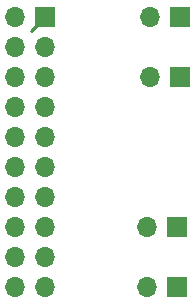
<source format=gbr>
%TF.GenerationSoftware,KiCad,Pcbnew,7.0.9-1.fc39*%
%TF.CreationDate,2023-11-25T21:30:58-08:00*%
%TF.ProjectId,supermicro-ATX-PCB,73757065-726d-4696-9372-6f2d4154582d,rev?*%
%TF.SameCoordinates,Original*%
%TF.FileFunction,Copper,L1,Top*%
%TF.FilePolarity,Positive*%
%FSLAX46Y46*%
G04 Gerber Fmt 4.6, Leading zero omitted, Abs format (unit mm)*
G04 Created by KiCad (PCBNEW 7.0.9-1.fc39) date 2023-11-25 21:30:58*
%MOMM*%
%LPD*%
G01*
G04 APERTURE LIST*
%TA.AperFunction,ComponentPad*%
%ADD10R,1.700000X1.700000*%
%TD*%
%TA.AperFunction,ComponentPad*%
%ADD11O,1.700000X1.700000*%
%TD*%
%TA.AperFunction,SMDPad,CuDef*%
%ADD12O,1.700000X1.700000*%
%TD*%
%TA.AperFunction,Conductor*%
%ADD13C,0.250000*%
%TD*%
G04 APERTURE END LIST*
D10*
%TO.P,UID1,1,Pin_1*%
%TO.N,/UID_LED+*%
X123190000Y-68580000D03*
D11*
%TO.P,UID1,2,Pin_2*%
%TO.N,/UID_LED-*%
X120650000Y-68580000D03*
%TD*%
D10*
%TO.P,PWR_FAIL1,1,Pin_1*%
%TO.N,/PWR_FAIL_LED+*%
X123190000Y-63500000D03*
D11*
%TO.P,PWR_FAIL1,2,Pin_2*%
%TO.N,/PWR_FAIL_LED-*%
X120650000Y-63500000D03*
%TD*%
D10*
%TO.P,SM-JF1,1,Pin_1*%
%TO.N,/PWR_BUTT*%
X111760000Y-63500000D03*
D11*
%TO.P,SM-JF1,2,Pin_2*%
%TO.N,GND*%
X109220000Y-63500000D03*
%TO.P,SM-JF1,3,Pin_3*%
%TO.N,/RESET_BUTT*%
X111760000Y-66040000D03*
%TO.P,SM-JF1,4,Pin_4*%
%TO.N,GND*%
X109220000Y-66040000D03*
%TO.P,SM-JF1,5,Pin_5*%
%TO.N,/PWR_FAIL_LED+*%
X111760000Y-68580000D03*
%TO.P,SM-JF1,6,Pin_6*%
%TO.N,/PWR_FAIL_LED-*%
X109220000Y-68580000D03*
%TO.P,SM-JF1,7,Pin_7*%
%TO.N,/UID_LED+*%
X111760000Y-71120000D03*
%TO.P,SM-JF1,8,Pin_8*%
%TO.N,/UID_LED-*%
X109220000Y-71120000D03*
%TO.P,SM-JF1,9,Pin_9*%
%TO.N,/NIC2_LED+*%
X111760000Y-73660000D03*
%TO.P,SM-JF1,10,Pin_10*%
%TO.N,/NIC2_LED-*%
X109220000Y-73660000D03*
%TO.P,SM-JF1,11,Pin_11*%
%TO.N,/NIC1_LED+*%
X111760000Y-76200000D03*
%TO.P,SM-JF1,12,Pin_12*%
%TO.N,/NIC1_LED-*%
X109220000Y-76200000D03*
%TO.P,SM-JF1,13,Pin_13*%
%TO.N,/HDD_LED+*%
X111760000Y-78740000D03*
%TO.P,SM-JF1,14,Pin_14*%
%TO.N,/HDD_LED-*%
X109220000Y-78740000D03*
%TO.P,SM-JF1,15,Pin_15*%
%TO.N,/PWR_LED+*%
X111760000Y-81280000D03*
%TO.P,SM-JF1,16,Pin_16*%
%TO.N,/PWR_LED-*%
X109220000Y-81280000D03*
D12*
%TO.P,SM-JF1,17,Pin_17*%
%TO.N,unconnected-(SM-JF1-Pin_17-Pad17)*%
X111760000Y-83820000D03*
%TO.P,SM-JF1,18,Pin_18*%
%TO.N,unconnected-(SM-JF1-Pin_18-Pad18)*%
X109220000Y-83820000D03*
D11*
%TO.P,SM-JF1,19,Pin_19*%
%TO.N,unconnected-(SM-JF1-Pin_19-Pad19)*%
X111760000Y-86360000D03*
%TO.P,SM-JF1,20,Pin_20*%
%TO.N,/NMI*%
X109220000Y-86360000D03*
%TD*%
D10*
%TO.P,NIC2,1,Pin_1*%
%TO.N,/NIC2_LED+*%
X122936000Y-81280000D03*
D11*
%TO.P,NIC2,2,Pin_2*%
%TO.N,/NIC2_LED-*%
X120396000Y-81280000D03*
%TD*%
%TO.P,NIC1,2,Pin_2*%
%TO.N,/NIC1_LED-*%
X120396000Y-86360000D03*
D10*
%TO.P,NIC1,1,Pin_1*%
%TO.N,/NIC1_LED+*%
X122936000Y-86360000D03*
%TD*%
D13*
%TO.N,/PWR_BUTT*%
X111760000Y-63500000D02*
X110585000Y-64675000D01*
%TD*%
M02*

</source>
